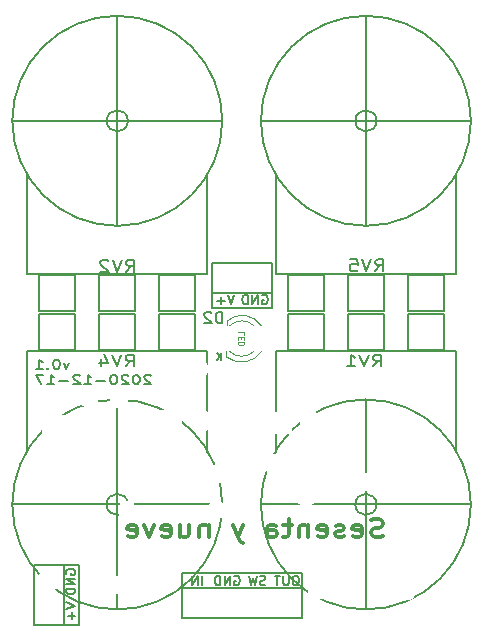
<source format=gbo>
%TF.GenerationSoftware,KiCad,Pcbnew,(5.99.0-7619-gacfbcb4beb)*%
%TF.CreationDate,2020-12-17T10:45:11+02:00*%
%TF.ProjectId,sesenta-y-nueve,73657365-6e74-4612-9d79-2d6e75657665,rev?*%
%TF.SameCoordinates,Original*%
%TF.FileFunction,Legend,Bot*%
%TF.FilePolarity,Positive*%
%FSLAX46Y46*%
G04 Gerber Fmt 4.6, Leading zero omitted, Abs format (unit mm)*
G04 Created by KiCad (PCBNEW (5.99.0-7619-gacfbcb4beb)) date 2020-12-17 10:45:11*
%MOMM*%
%LPD*%
G01*
G04 APERTURE LIST*
%ADD10C,0.127000*%
%ADD11C,0.300000*%
%ADD12C,0.152400*%
%ADD13C,0.150000*%
%ADD14C,0.100000*%
%ADD15C,0.120000*%
%ADD16R,2.540000X2.540000*%
%ADD17O,2.540000X2.540000*%
%ADD18R,1.930400X1.930400*%
%ADD19O,1.930400X1.930400*%
%ADD20C,1.600000*%
%ADD21O,1.600000X1.600000*%
%ADD22R,2.200000X2.200000*%
%ADD23O,2.200000X2.200000*%
%ADD24R,1.600000X1.600000*%
%ADD25R,1.800000X1.800000*%
%ADD26C,1.800000*%
G04 APERTURE END LIST*
D10*
X124957550Y-92834571D02*
X124719454Y-93367904D01*
X124481359Y-92834571D01*
X123909930Y-92567904D02*
X123814692Y-92567904D01*
X123719454Y-92606000D01*
X123671835Y-92644095D01*
X123624216Y-92720285D01*
X123576597Y-92872666D01*
X123576597Y-93063142D01*
X123624216Y-93215523D01*
X123671835Y-93291714D01*
X123719454Y-93329809D01*
X123814692Y-93367904D01*
X123909930Y-93367904D01*
X124005169Y-93329809D01*
X124052788Y-93291714D01*
X124100407Y-93215523D01*
X124148026Y-93063142D01*
X124148026Y-92872666D01*
X124100407Y-92720285D01*
X124052788Y-92644095D01*
X124005169Y-92606000D01*
X123909930Y-92567904D01*
X123148026Y-93291714D02*
X123100407Y-93329809D01*
X123148026Y-93367904D01*
X123195645Y-93329809D01*
X123148026Y-93291714D01*
X123148026Y-93367904D01*
X122148026Y-93367904D02*
X122719454Y-93367904D01*
X122433740Y-93367904D02*
X122433740Y-92567904D01*
X122528978Y-92682190D01*
X122624216Y-92758380D01*
X122719454Y-92796476D01*
X131862311Y-93932095D02*
X131814692Y-93894000D01*
X131719454Y-93855904D01*
X131481359Y-93855904D01*
X131386121Y-93894000D01*
X131338502Y-93932095D01*
X131290883Y-94008285D01*
X131290883Y-94084476D01*
X131338502Y-94198761D01*
X131909930Y-94655904D01*
X131290883Y-94655904D01*
X130671835Y-93855904D02*
X130576597Y-93855904D01*
X130481359Y-93894000D01*
X130433740Y-93932095D01*
X130386121Y-94008285D01*
X130338502Y-94160666D01*
X130338502Y-94351142D01*
X130386121Y-94503523D01*
X130433740Y-94579714D01*
X130481359Y-94617809D01*
X130576597Y-94655904D01*
X130671835Y-94655904D01*
X130767073Y-94617809D01*
X130814692Y-94579714D01*
X130862311Y-94503523D01*
X130909930Y-94351142D01*
X130909930Y-94160666D01*
X130862311Y-94008285D01*
X130814692Y-93932095D01*
X130767073Y-93894000D01*
X130671835Y-93855904D01*
X129957550Y-93932095D02*
X129909930Y-93894000D01*
X129814692Y-93855904D01*
X129576597Y-93855904D01*
X129481359Y-93894000D01*
X129433740Y-93932095D01*
X129386121Y-94008285D01*
X129386121Y-94084476D01*
X129433740Y-94198761D01*
X130005169Y-94655904D01*
X129386121Y-94655904D01*
X128767073Y-93855904D02*
X128671835Y-93855904D01*
X128576597Y-93894000D01*
X128528978Y-93932095D01*
X128481359Y-94008285D01*
X128433740Y-94160666D01*
X128433740Y-94351142D01*
X128481359Y-94503523D01*
X128528978Y-94579714D01*
X128576597Y-94617809D01*
X128671835Y-94655904D01*
X128767073Y-94655904D01*
X128862311Y-94617809D01*
X128909930Y-94579714D01*
X128957550Y-94503523D01*
X129005169Y-94351142D01*
X129005169Y-94160666D01*
X128957550Y-94008285D01*
X128909930Y-93932095D01*
X128862311Y-93894000D01*
X128767073Y-93855904D01*
X128005169Y-94351142D02*
X127243264Y-94351142D01*
X126243264Y-94655904D02*
X126814692Y-94655904D01*
X126528978Y-94655904D02*
X126528978Y-93855904D01*
X126624216Y-93970190D01*
X126719454Y-94046380D01*
X126814692Y-94084476D01*
X125862311Y-93932095D02*
X125814692Y-93894000D01*
X125719454Y-93855904D01*
X125481359Y-93855904D01*
X125386121Y-93894000D01*
X125338502Y-93932095D01*
X125290883Y-94008285D01*
X125290883Y-94084476D01*
X125338502Y-94198761D01*
X125909930Y-94655904D01*
X125290883Y-94655904D01*
X124862311Y-94351142D02*
X124100407Y-94351142D01*
X123100407Y-94655904D02*
X123671835Y-94655904D01*
X123386121Y-94655904D02*
X123386121Y-93855904D01*
X123481359Y-93970190D01*
X123576597Y-94046380D01*
X123671835Y-94084476D01*
X122767073Y-93855904D02*
X122100407Y-93855904D01*
X122528978Y-94655904D01*
D11*
X151492857Y-107507142D02*
X151235714Y-107578571D01*
X150807142Y-107578571D01*
X150635714Y-107507142D01*
X150550000Y-107435714D01*
X150464285Y-107292857D01*
X150464285Y-107150000D01*
X150550000Y-107007142D01*
X150635714Y-106935714D01*
X150807142Y-106864285D01*
X151150000Y-106792857D01*
X151321428Y-106721428D01*
X151407142Y-106650000D01*
X151492857Y-106507142D01*
X151492857Y-106364285D01*
X151407142Y-106221428D01*
X151321428Y-106150000D01*
X151150000Y-106078571D01*
X150721428Y-106078571D01*
X150464285Y-106150000D01*
X149007142Y-107507142D02*
X149178571Y-107578571D01*
X149521428Y-107578571D01*
X149692857Y-107507142D01*
X149778571Y-107364285D01*
X149778571Y-106792857D01*
X149692857Y-106650000D01*
X149521428Y-106578571D01*
X149178571Y-106578571D01*
X149007142Y-106650000D01*
X148921428Y-106792857D01*
X148921428Y-106935714D01*
X149778571Y-107078571D01*
X148235714Y-107507142D02*
X148064285Y-107578571D01*
X147721428Y-107578571D01*
X147550000Y-107507142D01*
X147464285Y-107364285D01*
X147464285Y-107292857D01*
X147550000Y-107150000D01*
X147721428Y-107078571D01*
X147978571Y-107078571D01*
X148150000Y-107007142D01*
X148235714Y-106864285D01*
X148235714Y-106792857D01*
X148150000Y-106650000D01*
X147978571Y-106578571D01*
X147721428Y-106578571D01*
X147550000Y-106650000D01*
X146007142Y-107507142D02*
X146178571Y-107578571D01*
X146521428Y-107578571D01*
X146692857Y-107507142D01*
X146778571Y-107364285D01*
X146778571Y-106792857D01*
X146692857Y-106650000D01*
X146521428Y-106578571D01*
X146178571Y-106578571D01*
X146007142Y-106650000D01*
X145921428Y-106792857D01*
X145921428Y-106935714D01*
X146778571Y-107078571D01*
X145150000Y-106578571D02*
X145150000Y-107578571D01*
X145150000Y-106721428D02*
X145064285Y-106650000D01*
X144892857Y-106578571D01*
X144635714Y-106578571D01*
X144464285Y-106650000D01*
X144378571Y-106792857D01*
X144378571Y-107578571D01*
X143778571Y-106578571D02*
X143092857Y-106578571D01*
X143521428Y-106078571D02*
X143521428Y-107364285D01*
X143435714Y-107507142D01*
X143264285Y-107578571D01*
X143092857Y-107578571D01*
X141721428Y-107578571D02*
X141721428Y-106792857D01*
X141807142Y-106650000D01*
X141978571Y-106578571D01*
X142321428Y-106578571D01*
X142492857Y-106650000D01*
X141721428Y-107507142D02*
X141892857Y-107578571D01*
X142321428Y-107578571D01*
X142492857Y-107507142D01*
X142578571Y-107364285D01*
X142578571Y-107221428D01*
X142492857Y-107078571D01*
X142321428Y-107007142D01*
X141892857Y-107007142D01*
X141721428Y-106935714D01*
X139664285Y-106578571D02*
X139235714Y-107578571D01*
X138807142Y-106578571D02*
X139235714Y-107578571D01*
X139407142Y-107935714D01*
X139492857Y-108007142D01*
X139664285Y-108078571D01*
X136750000Y-106578571D02*
X136750000Y-107578571D01*
X136750000Y-106721428D02*
X136664285Y-106650000D01*
X136492857Y-106578571D01*
X136235714Y-106578571D01*
X136064285Y-106650000D01*
X135978571Y-106792857D01*
X135978571Y-107578571D01*
X134350000Y-106578571D02*
X134350000Y-107578571D01*
X135121428Y-106578571D02*
X135121428Y-107364285D01*
X135035714Y-107507142D01*
X134864285Y-107578571D01*
X134607142Y-107578571D01*
X134435714Y-107507142D01*
X134350000Y-107435714D01*
X132807142Y-107507142D02*
X132978571Y-107578571D01*
X133321428Y-107578571D01*
X133492857Y-107507142D01*
X133578571Y-107364285D01*
X133578571Y-106792857D01*
X133492857Y-106650000D01*
X133321428Y-106578571D01*
X132978571Y-106578571D01*
X132807142Y-106650000D01*
X132721428Y-106792857D01*
X132721428Y-106935714D01*
X133578571Y-107078571D01*
X132121428Y-106578571D02*
X131692857Y-107578571D01*
X131264285Y-106578571D01*
X129892857Y-107507142D02*
X130064285Y-107578571D01*
X130407142Y-107578571D01*
X130578571Y-107507142D01*
X130664285Y-107364285D01*
X130664285Y-106792857D01*
X130578571Y-106650000D01*
X130407142Y-106578571D01*
X130064285Y-106578571D01*
X129892857Y-106650000D01*
X129807142Y-106792857D01*
X129807142Y-106935714D01*
X130664285Y-107078571D01*
D12*
%TO.C,RV5*%
X150864285Y-85077380D02*
X151264285Y-84601190D01*
X151550000Y-85077380D02*
X151550000Y-84077380D01*
X151092857Y-84077380D01*
X150978571Y-84125000D01*
X150921428Y-84172619D01*
X150864285Y-84267857D01*
X150864285Y-84410714D01*
X150921428Y-84505952D01*
X150978571Y-84553571D01*
X151092857Y-84601190D01*
X151550000Y-84601190D01*
X150521428Y-84077380D02*
X150121428Y-85077380D01*
X149721428Y-84077380D01*
X148750000Y-84077380D02*
X149321428Y-84077380D01*
X149378571Y-84553571D01*
X149321428Y-84505952D01*
X149207142Y-84458333D01*
X148921428Y-84458333D01*
X148807142Y-84505952D01*
X148750000Y-84553571D01*
X148692857Y-84648809D01*
X148692857Y-84886904D01*
X148750000Y-84982142D01*
X148807142Y-85029761D01*
X148921428Y-85077380D01*
X149207142Y-85077380D01*
X149321428Y-85029761D01*
X149378571Y-84982142D01*
D13*
%TO.C,J2*%
X124666904Y-113135095D02*
X125466904Y-113401761D01*
X124666904Y-113668428D01*
X125162142Y-113935095D02*
X125162142Y-114544619D01*
X125466904Y-114239857D02*
X124857380Y-114239857D01*
X124705000Y-110747476D02*
X124666904Y-110671285D01*
X124666904Y-110557000D01*
X124705000Y-110442714D01*
X124781190Y-110366523D01*
X124857380Y-110328428D01*
X125009761Y-110290333D01*
X125124047Y-110290333D01*
X125276428Y-110328428D01*
X125352619Y-110366523D01*
X125428809Y-110442714D01*
X125466904Y-110557000D01*
X125466904Y-110633190D01*
X125428809Y-110747476D01*
X125390714Y-110785571D01*
X125124047Y-110785571D01*
X125124047Y-110633190D01*
X125466904Y-111128428D02*
X124666904Y-111128428D01*
X125466904Y-111585571D01*
X124666904Y-111585571D01*
X125466904Y-111966523D02*
X124666904Y-111966523D01*
X124666904Y-112157000D01*
X124705000Y-112271285D01*
X124781190Y-112347476D01*
X124857380Y-112385571D01*
X125009761Y-112423666D01*
X125124047Y-112423666D01*
X125276428Y-112385571D01*
X125352619Y-112347476D01*
X125428809Y-112271285D01*
X125466904Y-112157000D01*
X125466904Y-111966523D01*
D12*
%TO.C,RV2*%
X129768154Y-85127380D02*
X130170321Y-84651190D01*
X130457583Y-85127380D02*
X130457583Y-84127380D01*
X129997964Y-84127380D01*
X129883059Y-84175000D01*
X129825607Y-84222619D01*
X129768154Y-84317857D01*
X129768154Y-84460714D01*
X129825607Y-84555952D01*
X129883059Y-84603571D01*
X129997964Y-84651190D01*
X130457583Y-84651190D01*
X129423440Y-84127380D02*
X129021273Y-85127380D01*
X128619107Y-84127380D01*
X128274392Y-84222619D02*
X128216940Y-84175000D01*
X128102035Y-84127380D01*
X127814773Y-84127380D01*
X127699869Y-84175000D01*
X127642416Y-84222619D01*
X127584964Y-84317857D01*
X127584964Y-84413095D01*
X127642416Y-84555952D01*
X128331845Y-85127380D01*
X127584964Y-85127380D01*
D13*
%TO.C,J1*%
X141555714Y-111618809D02*
X141441428Y-111656904D01*
X141250952Y-111656904D01*
X141174761Y-111618809D01*
X141136666Y-111580714D01*
X141098571Y-111504523D01*
X141098571Y-111428333D01*
X141136666Y-111352142D01*
X141174761Y-111314047D01*
X141250952Y-111275952D01*
X141403333Y-111237857D01*
X141479523Y-111199761D01*
X141517619Y-111161666D01*
X141555714Y-111085476D01*
X141555714Y-111009285D01*
X141517619Y-110933095D01*
X141479523Y-110895000D01*
X141403333Y-110856904D01*
X141212857Y-110856904D01*
X141098571Y-110895000D01*
X140831904Y-110856904D02*
X140641428Y-111656904D01*
X140489047Y-111085476D01*
X140336666Y-111656904D01*
X140146190Y-110856904D01*
X138939523Y-110895000D02*
X139015714Y-110856904D01*
X139130000Y-110856904D01*
X139244285Y-110895000D01*
X139320476Y-110971190D01*
X139358571Y-111047380D01*
X139396666Y-111199761D01*
X139396666Y-111314047D01*
X139358571Y-111466428D01*
X139320476Y-111542619D01*
X139244285Y-111618809D01*
X139130000Y-111656904D01*
X139053809Y-111656904D01*
X138939523Y-111618809D01*
X138901428Y-111580714D01*
X138901428Y-111314047D01*
X139053809Y-111314047D01*
X138558571Y-111656904D02*
X138558571Y-110856904D01*
X138101428Y-111656904D01*
X138101428Y-110856904D01*
X137720476Y-111656904D02*
X137720476Y-110856904D01*
X137530000Y-110856904D01*
X137415714Y-110895000D01*
X137339523Y-110971190D01*
X137301428Y-111047380D01*
X137263333Y-111199761D01*
X137263333Y-111314047D01*
X137301428Y-111466428D01*
X137339523Y-111542619D01*
X137415714Y-111618809D01*
X137530000Y-111656904D01*
X137720476Y-111656904D01*
X144210000Y-110856904D02*
X144057619Y-110856904D01*
X143981428Y-110895000D01*
X143905238Y-110971190D01*
X143867142Y-111123571D01*
X143867142Y-111390238D01*
X143905238Y-111542619D01*
X143981428Y-111618809D01*
X144057619Y-111656904D01*
X144210000Y-111656904D01*
X144286190Y-111618809D01*
X144362380Y-111542619D01*
X144400476Y-111390238D01*
X144400476Y-111123571D01*
X144362380Y-110971190D01*
X144286190Y-110895000D01*
X144210000Y-110856904D01*
X143524285Y-110856904D02*
X143524285Y-111504523D01*
X143486190Y-111580714D01*
X143448095Y-111618809D01*
X143371904Y-111656904D01*
X143219523Y-111656904D01*
X143143333Y-111618809D01*
X143105238Y-111580714D01*
X143067142Y-111504523D01*
X143067142Y-110856904D01*
X142800476Y-110856904D02*
X142343333Y-110856904D01*
X142571904Y-111656904D02*
X142571904Y-110856904D01*
X136209047Y-111656904D02*
X136209047Y-110856904D01*
X135828095Y-111656904D02*
X135828095Y-110856904D01*
X135370952Y-111656904D01*
X135370952Y-110856904D01*
D12*
%TO.C,RV1*%
X150668154Y-93152380D02*
X151070321Y-92676190D01*
X151357583Y-93152380D02*
X151357583Y-92152380D01*
X150897964Y-92152380D01*
X150783059Y-92200000D01*
X150725607Y-92247619D01*
X150668154Y-92342857D01*
X150668154Y-92485714D01*
X150725607Y-92580952D01*
X150783059Y-92628571D01*
X150897964Y-92676190D01*
X151357583Y-92676190D01*
X150323440Y-92152380D02*
X149921273Y-93152380D01*
X149519107Y-92152380D01*
X148484964Y-93152380D02*
X149174392Y-93152380D01*
X148829678Y-93152380D02*
X148829678Y-92152380D01*
X148944583Y-92295238D01*
X149059488Y-92390476D01*
X149174392Y-92438095D01*
D13*
%TO.C,J3*%
X138904904Y-87096904D02*
X138638238Y-87896904D01*
X138371571Y-87096904D01*
X138104904Y-87592142D02*
X137495380Y-87592142D01*
X137800142Y-87896904D02*
X137800142Y-87287380D01*
X141292523Y-87135000D02*
X141368714Y-87096904D01*
X141483000Y-87096904D01*
X141597285Y-87135000D01*
X141673476Y-87211190D01*
X141711571Y-87287380D01*
X141749666Y-87439761D01*
X141749666Y-87554047D01*
X141711571Y-87706428D01*
X141673476Y-87782619D01*
X141597285Y-87858809D01*
X141483000Y-87896904D01*
X141406809Y-87896904D01*
X141292523Y-87858809D01*
X141254428Y-87820714D01*
X141254428Y-87554047D01*
X141406809Y-87554047D01*
X140911571Y-87896904D02*
X140911571Y-87096904D01*
X140454428Y-87896904D01*
X140454428Y-87096904D01*
X140073476Y-87896904D02*
X140073476Y-87096904D01*
X139883000Y-87096904D01*
X139768714Y-87135000D01*
X139692523Y-87211190D01*
X139654428Y-87287380D01*
X139616333Y-87439761D01*
X139616333Y-87554047D01*
X139654428Y-87706428D01*
X139692523Y-87782619D01*
X139768714Y-87858809D01*
X139883000Y-87896904D01*
X140073476Y-87896904D01*
D12*
%TO.C,RV4*%
X129718154Y-93152380D02*
X130120321Y-92676190D01*
X130407583Y-93152380D02*
X130407583Y-92152380D01*
X129947964Y-92152380D01*
X129833059Y-92200000D01*
X129775607Y-92247619D01*
X129718154Y-92342857D01*
X129718154Y-92485714D01*
X129775607Y-92580952D01*
X129833059Y-92628571D01*
X129947964Y-92676190D01*
X130407583Y-92676190D01*
X129373440Y-92152380D02*
X128971273Y-93152380D01*
X128569107Y-92152380D01*
X127649869Y-92485714D02*
X127649869Y-93152380D01*
X127937130Y-92104761D02*
X128224392Y-92819047D01*
X127477511Y-92819047D01*
D13*
%TO.C,D2*%
X137928095Y-89502380D02*
X137928095Y-88502380D01*
X137690000Y-88502380D01*
X137547142Y-88550000D01*
X137451904Y-88645238D01*
X137404285Y-88740476D01*
X137356666Y-88930952D01*
X137356666Y-89073809D01*
X137404285Y-89264285D01*
X137451904Y-89359523D01*
X137547142Y-89454761D01*
X137690000Y-89502380D01*
X137928095Y-89502380D01*
X136975714Y-88597619D02*
X136928095Y-88550000D01*
X136832857Y-88502380D01*
X136594761Y-88502380D01*
X136499523Y-88550000D01*
X136451904Y-88597619D01*
X136404285Y-88692857D01*
X136404285Y-88788095D01*
X136451904Y-88930952D01*
X137023333Y-89502380D01*
X136404285Y-89502380D01*
D10*
X137837542Y-92636228D02*
X137837542Y-92036228D01*
X137494685Y-92636228D02*
X137751828Y-92293371D01*
X137494685Y-92036228D02*
X137837542Y-92379085D01*
D14*
X139760790Y-90468571D02*
X139760790Y-90230476D01*
X139260790Y-90230476D01*
X139498885Y-90635238D02*
X139498885Y-90801904D01*
X139760790Y-90873333D02*
X139760790Y-90635238D01*
X139260790Y-90635238D01*
X139260790Y-90873333D01*
X139760790Y-91087619D02*
X139260790Y-91087619D01*
X139260790Y-91206666D01*
X139284600Y-91278095D01*
X139332219Y-91325714D01*
X139379838Y-91349523D01*
X139475076Y-91373333D01*
X139546504Y-91373333D01*
X139641742Y-91349523D01*
X139689361Y-91325714D01*
X139736980Y-91278095D01*
X139760790Y-91206666D01*
X139760790Y-91087619D01*
D10*
%TO.C,RV5*%
X153626000Y-88484000D02*
X156674000Y-88484000D01*
X148546000Y-85436000D02*
X148546000Y-88484000D01*
X142450000Y-76800000D02*
X142450000Y-85309000D01*
X151594000Y-88484000D02*
X151594000Y-85436000D01*
X157690000Y-85309000D02*
X157690000Y-76800000D01*
X156674000Y-88484000D02*
X156674000Y-85436000D01*
X141180000Y-72355000D02*
X158960000Y-72355000D01*
X153626000Y-85436000D02*
X156674000Y-85436000D01*
X143466000Y-85436000D02*
X146514000Y-85436000D01*
X150070000Y-81245000D02*
X150070000Y-63465000D01*
X148546000Y-85436000D02*
X151594000Y-85436000D01*
X143466000Y-88484000D02*
X146514000Y-88484000D01*
X142450000Y-85309000D02*
X157690000Y-85309000D01*
X143466000Y-85436000D02*
X143466000Y-88484000D01*
X146514000Y-88484000D02*
X146514000Y-85436000D01*
X153626000Y-85436000D02*
X153626000Y-88484000D01*
X148546000Y-88484000D02*
X151594000Y-88484000D01*
X141180000Y-72355000D02*
G75*
G03*
X150070000Y-81245000I8890000J0D01*
G01*
X150070002Y-63465000D02*
G75*
G03*
X141180000Y-72355000I-101J-8889901D01*
G01*
X158960000Y-72355002D02*
G75*
G03*
X150070000Y-63465000I-8889901J101D01*
G01*
X150070000Y-81245000D02*
G75*
G03*
X158960000Y-72355000I0J8890000D01*
G01*
X150968000Y-72355000D02*
G75*
G03*
X150968000Y-72355000I-898000J0D01*
G01*
%TO.C,J2*%
X125740000Y-115040000D02*
X125740000Y-109960000D01*
X125740000Y-115040000D02*
X124470000Y-115040000D01*
X124470000Y-115040000D02*
X124470000Y-109960000D01*
X125740000Y-109960000D02*
X124470000Y-109960000D01*
X124470000Y-109960000D02*
X121930000Y-109960000D01*
X124470000Y-115040000D02*
X121930000Y-115040000D01*
X121930000Y-109960000D02*
X121930000Y-115040000D01*
%TO.C,RV2*%
X120130000Y-72355000D02*
X137910000Y-72355000D01*
X135624000Y-88484000D02*
X135624000Y-85436000D01*
X132576000Y-85436000D02*
X135624000Y-85436000D01*
X122416000Y-88484000D02*
X125464000Y-88484000D01*
X132576000Y-85436000D02*
X132576000Y-88484000D01*
X122416000Y-85436000D02*
X122416000Y-88484000D01*
X129020000Y-81245000D02*
X129020000Y-63465000D01*
X127496000Y-85436000D02*
X127496000Y-88484000D01*
X127496000Y-85436000D02*
X130544000Y-85436000D01*
X121400000Y-76800000D02*
X121400000Y-85309000D01*
X125464000Y-88484000D02*
X125464000Y-85436000D01*
X122416000Y-85436000D02*
X125464000Y-85436000D01*
X132576000Y-88484000D02*
X135624000Y-88484000D01*
X136640000Y-85309000D02*
X136640000Y-76800000D01*
X121400000Y-85309000D02*
X136640000Y-85309000D01*
X127496000Y-88484000D02*
X130544000Y-88484000D01*
X130544000Y-88484000D02*
X130544000Y-85436000D01*
X129020002Y-63465000D02*
G75*
G03*
X120130000Y-72355000I-101J-8889901D01*
G01*
X137910000Y-72355002D02*
G75*
G03*
X129020000Y-63465000I-8889901J101D01*
G01*
X129020000Y-81245000D02*
G75*
G03*
X137910000Y-72355000I0J8890000D01*
G01*
X120130000Y-72355000D02*
G75*
G03*
X129020000Y-81245000I8890000J0D01*
G01*
X129918000Y-72355000D02*
G75*
G03*
X129918000Y-72355000I-898000J0D01*
G01*
%TO.C,J1*%
X134520000Y-111930000D02*
X134520000Y-110660000D01*
X144680000Y-111930000D02*
X144680000Y-110660000D01*
X144680000Y-114470000D02*
X144680000Y-111930000D01*
X134520000Y-114470000D02*
X134520000Y-111930000D01*
X134520000Y-114470000D02*
X144680000Y-114470000D01*
X134520000Y-110660000D02*
X144680000Y-110660000D01*
X144680000Y-111930000D02*
X134520000Y-111930000D01*
%TO.C,RV1*%
X146514000Y-88706000D02*
X143466000Y-88706000D01*
X153626000Y-88706000D02*
X153626000Y-91754000D01*
X151594000Y-91754000D02*
X148546000Y-91754000D01*
X156674000Y-88706000D02*
X153626000Y-88706000D01*
X146514000Y-91754000D02*
X146514000Y-88706000D01*
X156674000Y-91754000D02*
X156674000Y-88706000D01*
X143466000Y-88706000D02*
X143466000Y-91754000D01*
X151594000Y-88706000D02*
X148546000Y-88706000D01*
X158960000Y-104835000D02*
X141180000Y-104835000D01*
X142450000Y-91881000D02*
X142450000Y-100390000D01*
X150070000Y-95945000D02*
X150070000Y-113725000D01*
X157690000Y-91881000D02*
X142450000Y-91881000D01*
X151594000Y-91754000D02*
X151594000Y-88706000D01*
X148546000Y-88706000D02*
X148546000Y-91754000D01*
X146514000Y-91754000D02*
X143466000Y-91754000D01*
X157690000Y-100390000D02*
X157690000Y-91881000D01*
X156674000Y-91754000D02*
X153626000Y-91754000D01*
X141180000Y-104834998D02*
G75*
G03*
X150070000Y-113725000I8889901J-101D01*
G01*
X150069998Y-113725000D02*
G75*
G03*
X158960000Y-104835000I101J8889901D01*
G01*
X150070000Y-95945000D02*
G75*
G03*
X141180000Y-104835000I0J-8890000D01*
G01*
X158960000Y-104835000D02*
G75*
G03*
X150070000Y-95945000I-8890000J0D01*
G01*
X150968000Y-104835000D02*
G75*
G03*
X150968000Y-104835000I-898000J0D01*
G01*
%TO.C,J3*%
X137000000Y-86900000D02*
X137000000Y-84360000D01*
X142080000Y-88170000D02*
X142080000Y-86900000D01*
X137000000Y-86900000D02*
X142080000Y-86900000D01*
X142080000Y-84360000D02*
X137000000Y-84360000D01*
X137000000Y-88170000D02*
X142080000Y-88170000D01*
X137000000Y-88170000D02*
X137000000Y-86900000D01*
X142080000Y-86900000D02*
X142080000Y-84360000D01*
%TO.C,RV4*%
X130544000Y-88706000D02*
X127496000Y-88706000D01*
X129020000Y-95945000D02*
X129020000Y-113725000D01*
X135624000Y-88706000D02*
X132576000Y-88706000D01*
X125464000Y-88706000D02*
X122416000Y-88706000D01*
X132576000Y-88706000D02*
X132576000Y-91754000D01*
X130544000Y-91754000D02*
X130544000Y-88706000D01*
X136640000Y-100390000D02*
X136640000Y-91881000D01*
X121400000Y-91881000D02*
X121400000Y-100390000D01*
X122416000Y-88706000D02*
X122416000Y-91754000D01*
X125464000Y-91754000D02*
X122416000Y-91754000D01*
X136640000Y-91881000D02*
X121400000Y-91881000D01*
X130544000Y-91754000D02*
X127496000Y-91754000D01*
X135624000Y-91754000D02*
X132576000Y-91754000D01*
X127496000Y-88706000D02*
X127496000Y-91754000D01*
X135624000Y-91754000D02*
X135624000Y-88706000D01*
X137910000Y-104835000D02*
X120130000Y-104835000D01*
X125464000Y-91754000D02*
X125464000Y-88706000D01*
X137910000Y-104835000D02*
G75*
G03*
X129020000Y-95945000I-8890000J0D01*
G01*
X129020000Y-95945000D02*
G75*
G03*
X120130000Y-104835000I0J-8890000D01*
G01*
X120130000Y-104834998D02*
G75*
G03*
X129020000Y-113725000I8889901J-101D01*
G01*
X129019998Y-113725000D02*
G75*
G03*
X137910000Y-104835000I101J8889901D01*
G01*
X129918000Y-104835000D02*
G75*
G03*
X129918000Y-104835000I-898000J0D01*
G01*
D15*
%TO.C,D2*%
X138239200Y-92314000D02*
X138239200Y-91870000D01*
X138290000Y-89672400D02*
X138290000Y-89316800D01*
X141232334Y-91868607D02*
G75*
G02*
X138290000Y-92364800I-1697655J1094939D01*
G01*
X140601130Y-91869837D02*
G75*
G02*
X138519039Y-91870000I-1041130J1079837D01*
G01*
X140601130Y-89710163D02*
G75*
G03*
X138519039Y-89710000I-1041130J-1079837D01*
G01*
X141232334Y-89711393D02*
G75*
G03*
X138290000Y-89316800I-1639431J-1057386D01*
G01*
%TD*%
%LPC*%
D16*
%TO.C,RV5*%
X155150000Y-86960000D03*
D17*
X150070000Y-86960000D03*
X144990000Y-86960000D03*
%TD*%
D18*
%TO.C,J2*%
X123200000Y-113770000D03*
D19*
X123200000Y-111230000D03*
%TD*%
D20*
%TO.C,R4*%
X129850000Y-102225000D03*
D21*
X137470000Y-102225000D03*
%TD*%
D16*
%TO.C,RV2*%
X134100000Y-86960000D03*
D17*
X129020000Y-86960000D03*
X123940000Y-86960000D03*
%TD*%
D18*
%TO.C,J1*%
X135790000Y-113200000D03*
D19*
X138330000Y-113200000D03*
X140870000Y-113200000D03*
X143410000Y-113200000D03*
%TD*%
D16*
%TO.C,RV1*%
X144990000Y-90230000D03*
D17*
X150070000Y-90230000D03*
X155150000Y-90230000D03*
%TD*%
D18*
%TO.C,J3*%
X138270000Y-85630000D03*
D19*
X140810000Y-85630000D03*
%TD*%
D20*
%TO.C,R7*%
X145925000Y-112200000D03*
D21*
X153545000Y-112200000D03*
%TD*%
D22*
%TO.C,D1*%
X123710000Y-98350000D03*
D23*
X123710000Y-108510000D03*
%TD*%
D20*
%TO.C,R5*%
X153625000Y-98900000D03*
D21*
X153625000Y-106520000D03*
%TD*%
D20*
%TO.C,R2*%
X137475000Y-105275000D03*
D21*
X129855000Y-105275000D03*
%TD*%
D24*
%TO.C,C3*%
X129150000Y-95900000D03*
D20*
X126650000Y-95900000D03*
%TD*%
D16*
%TO.C,RV4*%
X123940000Y-90230000D03*
D17*
X129020000Y-90230000D03*
X134100000Y-90230000D03*
%TD*%
D19*
%TO.C,RV3*%
X139885000Y-104075000D03*
X142425000Y-101535000D03*
X144965000Y-104075000D03*
%TD*%
D24*
%TO.C,C1*%
X147700000Y-102950000D03*
D20*
X150200000Y-102950000D03*
%TD*%
D24*
%TO.C,C2*%
X128775000Y-111675000D03*
D20*
X131275000Y-111675000D03*
%TD*%
%TO.C,R1*%
X145925000Y-109150000D03*
D21*
X153545000Y-109150000D03*
%TD*%
D20*
%TO.C,R3*%
X127075000Y-107450000D03*
D21*
X127075000Y-99830000D03*
%TD*%
D18*
%TO.C,Q1*%
X142860000Y-97900000D03*
D19*
X145400000Y-97900000D03*
X147940000Y-97900000D03*
%TD*%
D20*
%TO.C,C4*%
X149425000Y-94875000D03*
X154425000Y-94875000D03*
%TD*%
%TO.C,R6*%
X135910000Y-93380000D03*
D21*
X143530000Y-93380000D03*
%TD*%
D18*
%TO.C,Q2*%
X133585000Y-97800000D03*
D19*
X136125000Y-97800000D03*
X138665000Y-97800000D03*
%TD*%
D25*
%TO.C,D2*%
X138290000Y-90790000D03*
D26*
X140830000Y-90790000D03*
%TD*%
M02*

</source>
